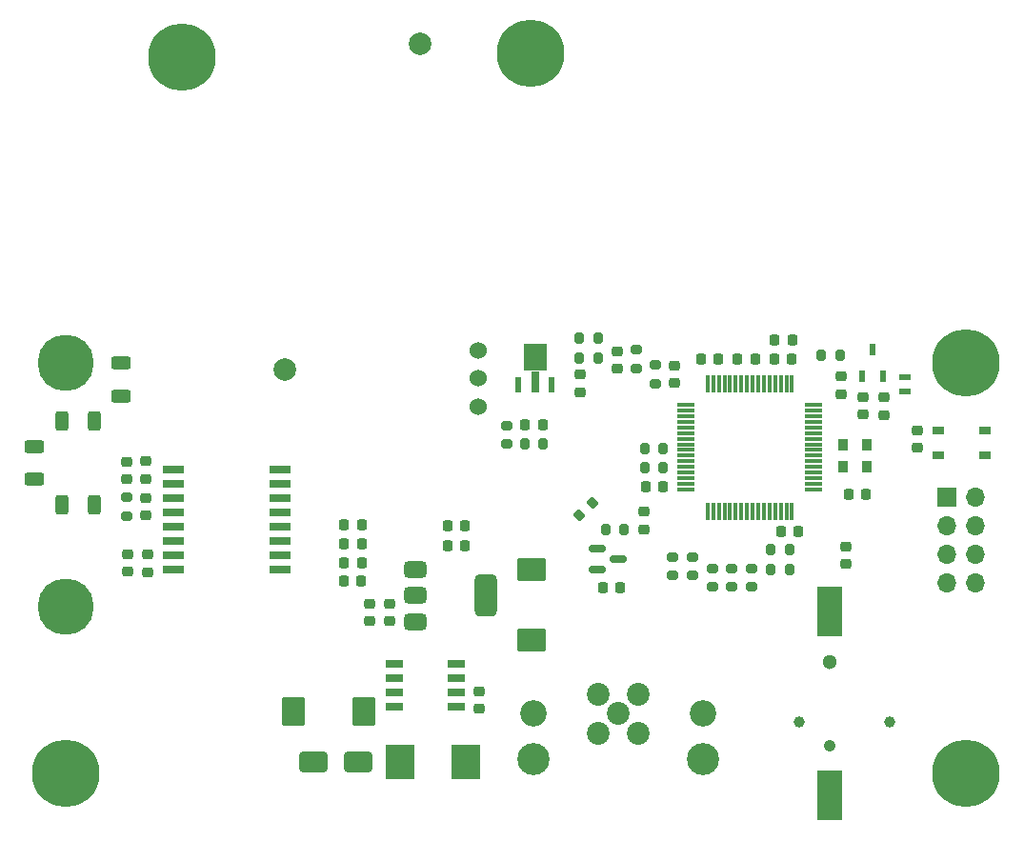
<source format=gbr>
%TF.GenerationSoftware,KiCad,Pcbnew,8.0.5*%
%TF.CreationDate,2024-10-07T02:43:23+09:00*%
%TF.ProjectId,fsk-energymeter,66736b2d-656e-4657-9267-796d65746572,v0.0.1*%
%TF.SameCoordinates,Original*%
%TF.FileFunction,Soldermask,Top*%
%TF.FilePolarity,Negative*%
%FSLAX46Y46*%
G04 Gerber Fmt 4.6, Leading zero omitted, Abs format (unit mm)*
G04 Created by KiCad (PCBNEW 8.0.5) date 2024-10-07 02:43:23*
%MOMM*%
%LPD*%
G01*
G04 APERTURE LIST*
G04 Aperture macros list*
%AMRoundRect*
0 Rectangle with rounded corners*
0 $1 Rounding radius*
0 $2 $3 $4 $5 $6 $7 $8 $9 X,Y pos of 4 corners*
0 Add a 4 corners polygon primitive as box body*
4,1,4,$2,$3,$4,$5,$6,$7,$8,$9,$2,$3,0*
0 Add four circle primitives for the rounded corners*
1,1,$1+$1,$2,$3*
1,1,$1+$1,$4,$5*
1,1,$1+$1,$6,$7*
1,1,$1+$1,$8,$9*
0 Add four rect primitives between the rounded corners*
20,1,$1+$1,$2,$3,$4,$5,0*
20,1,$1+$1,$4,$5,$6,$7,0*
20,1,$1+$1,$6,$7,$8,$9,0*
20,1,$1+$1,$8,$9,$2,$3,0*%
G04 Aperture macros list end*
%ADD10R,0.570000X1.400000*%
%ADD11R,0.650000X1.900000*%
%ADD12R,2.000000X2.450000*%
%ADD13RoundRect,0.225000X-0.225000X-0.250000X0.225000X-0.250000X0.225000X0.250000X-0.225000X0.250000X0*%
%ADD14RoundRect,0.225000X0.250000X-0.225000X0.250000X0.225000X-0.250000X0.225000X-0.250000X-0.225000X0*%
%ADD15RoundRect,0.200000X-0.200000X-0.275000X0.200000X-0.275000X0.200000X0.275000X-0.200000X0.275000X0*%
%ADD16RoundRect,0.225000X0.225000X0.250000X-0.225000X0.250000X-0.225000X-0.250000X0.225000X-0.250000X0*%
%ADD17C,3.400000*%
%ADD18C,6.000000*%
%ADD19RoundRect,0.200000X-0.275000X0.200000X-0.275000X-0.200000X0.275000X-0.200000X0.275000X0.200000X0*%
%ADD20RoundRect,0.200000X0.053033X-0.335876X0.335876X-0.053033X-0.053033X0.335876X-0.335876X0.053033X0*%
%ADD21C,1.050000*%
%ADD22C,1.300000*%
%ADD23R,2.300000X4.500000*%
%ADD24RoundRect,0.225000X-0.250000X0.225000X-0.250000X-0.225000X0.250000X-0.225000X0.250000X0.225000X0*%
%ADD25RoundRect,0.250000X0.787500X1.025000X-0.787500X1.025000X-0.787500X-1.025000X0.787500X-1.025000X0*%
%ADD26RoundRect,0.250000X1.025000X-0.787500X1.025000X0.787500X-1.025000X0.787500X-1.025000X-0.787500X0*%
%ADD27C,2.900000*%
%ADD28C,5.000000*%
%ADD29RoundRect,0.075000X0.700000X0.075000X-0.700000X0.075000X-0.700000X-0.075000X0.700000X-0.075000X0*%
%ADD30RoundRect,0.075000X0.075000X0.700000X-0.075000X0.700000X-0.075000X-0.700000X0.075000X-0.700000X0*%
%ADD31R,0.600000X1.000000*%
%ADD32RoundRect,0.250000X0.312500X0.625000X-0.312500X0.625000X-0.312500X-0.625000X0.312500X-0.625000X0*%
%ADD33RoundRect,0.200000X0.275000X-0.200000X0.275000X0.200000X-0.275000X0.200000X-0.275000X-0.200000X0*%
%ADD34RoundRect,0.218750X-0.256250X0.218750X-0.256250X-0.218750X0.256250X-0.218750X0.256250X0.218750X0*%
%ADD35RoundRect,0.250000X-0.625000X0.312500X-0.625000X-0.312500X0.625000X-0.312500X0.625000X0.312500X0*%
%ADD36C,2.000000*%
%ADD37C,1.524000*%
%ADD38RoundRect,0.250000X1.000000X0.650000X-1.000000X0.650000X-1.000000X-0.650000X1.000000X-0.650000X0*%
%ADD39R,0.900000X1.000000*%
%ADD40RoundRect,0.150000X-0.587500X-0.150000X0.587500X-0.150000X0.587500X0.150000X-0.587500X0.150000X0*%
%ADD41RoundRect,0.500000X-0.500000X-1.400000X0.500000X-1.400000X0.500000X1.400000X-0.500000X1.400000X0*%
%ADD42RoundRect,0.375000X-0.625000X-0.375000X0.625000X-0.375000X0.625000X0.375000X-0.625000X0.375000X0*%
%ADD43R,1.700000X1.700000*%
%ADD44O,1.700000X1.700000*%
%ADD45C,2.350000*%
%ADD46C,2.850000*%
%ADD47C,2.025000*%
%ADD48R,1.528000X0.650000*%
%ADD49RoundRect,0.200000X0.200000X0.275000X-0.200000X0.275000X-0.200000X-0.275000X0.200000X-0.275000X0*%
%ADD50R,2.550000X3.050000*%
%ADD51RoundRect,0.250000X-0.312500X-0.625000X0.312500X-0.625000X0.312500X0.625000X-0.312500X0.625000X0*%
%ADD52R,1.000000X0.500000*%
%ADD53R,1.050000X0.650000*%
%ADD54R,1.925000X0.650000*%
%ADD55C,1.000000*%
G04 APERTURE END LIST*
D10*
%TO.C,IC1*%
X125700000Y-79025000D03*
D11*
X127200000Y-78775000D03*
D10*
X128700000Y-79025000D03*
D12*
X127200000Y-76600000D03*
%TD*%
D13*
%TO.C,C16*%
X141975000Y-76775000D03*
X143525000Y-76775000D03*
%TD*%
D14*
%TO.C,C3*%
X139600000Y-78875000D03*
X139600000Y-77325000D03*
%TD*%
D15*
%TO.C,R23*%
X148175000Y-93700000D03*
X149825000Y-93700000D03*
%TD*%
D14*
%TO.C,C24*%
X122250000Y-107825000D03*
X122250000Y-106275000D03*
%TD*%
D16*
%TO.C,C2*%
X126350000Y-82600000D03*
X127900000Y-82600000D03*
%TD*%
%TO.C,C23*%
X134775000Y-97100000D03*
X133225000Y-97100000D03*
%TD*%
D17*
%TO.C,H5*%
X126800000Y-49600000D03*
D18*
X126800000Y-49600000D03*
%TD*%
D19*
%TO.C,R18*%
X141200000Y-94375000D03*
X141200000Y-96025000D03*
%TD*%
D20*
%TO.C,R12*%
X131116637Y-90683363D03*
X132283363Y-89516637D03*
%TD*%
D16*
%TO.C,C19*%
X138575000Y-88100000D03*
X137025000Y-88100000D03*
%TD*%
%TO.C,C14*%
X156650000Y-88775000D03*
X155100000Y-88775000D03*
%TD*%
D21*
%TO.C,BT1*%
X153400000Y-111100000D03*
D22*
X153400000Y-103650000D03*
D23*
X153400000Y-99175000D03*
X153400000Y-115575000D03*
%TD*%
D24*
%TO.C,C8*%
X91000000Y-94125000D03*
X91000000Y-95675000D03*
%TD*%
%TO.C,C13*%
X134500000Y-76050000D03*
X134500000Y-77600000D03*
%TD*%
D25*
%TO.C,C25*%
X111975000Y-108100000D03*
X105750000Y-108100000D03*
%TD*%
D17*
%TO.C,H7*%
X165500000Y-113600000D03*
D18*
X165500000Y-113600000D03*
%TD*%
D13*
%TO.C,C28*%
X119425000Y-91600000D03*
X120975000Y-91600000D03*
%TD*%
D26*
%TO.C,C26*%
X126900000Y-101712500D03*
X126900000Y-95487500D03*
%TD*%
D24*
%TO.C,C33*%
X154800000Y-93450000D03*
X154800000Y-95000000D03*
%TD*%
D14*
%TO.C,C29*%
X114300000Y-100075000D03*
X114300000Y-98525000D03*
%TD*%
D24*
%TO.C,C20*%
X154400000Y-78325000D03*
X154400000Y-79875000D03*
%TD*%
D27*
%TO.C,H1*%
X85500000Y-77100000D03*
D28*
X85500000Y-77100000D03*
%TD*%
D29*
%TO.C,U3*%
X151975000Y-88350000D03*
X151975000Y-87850000D03*
X151975000Y-87350000D03*
X151975000Y-86850000D03*
X151975000Y-86350000D03*
X151975000Y-85850000D03*
X151975000Y-85350000D03*
X151975000Y-84850000D03*
X151975000Y-84350000D03*
X151975000Y-83850000D03*
X151975000Y-83350000D03*
X151975000Y-82850000D03*
X151975000Y-82350000D03*
X151975000Y-81850000D03*
X151975000Y-81350000D03*
X151975000Y-80850000D03*
D30*
X150050000Y-78925000D03*
X149550000Y-78925000D03*
X149050000Y-78925000D03*
X148550000Y-78925000D03*
X148050000Y-78925000D03*
X147550000Y-78925000D03*
X147050000Y-78925000D03*
X146550000Y-78925000D03*
X146050000Y-78925000D03*
X145550000Y-78925000D03*
X145050000Y-78925000D03*
X144550000Y-78925000D03*
X144050000Y-78925000D03*
X143550000Y-78925000D03*
X143050000Y-78925000D03*
X142550000Y-78925000D03*
D29*
X140625000Y-80850000D03*
X140625000Y-81350000D03*
X140625000Y-81850000D03*
X140625000Y-82350000D03*
X140625000Y-82850000D03*
X140625000Y-83350000D03*
X140625000Y-83850000D03*
X140625000Y-84350000D03*
X140625000Y-84850000D03*
X140625000Y-85350000D03*
X140625000Y-85850000D03*
X140625000Y-86350000D03*
X140625000Y-86850000D03*
X140625000Y-87350000D03*
X140625000Y-87850000D03*
X140625000Y-88350000D03*
D30*
X142550000Y-90275000D03*
X143050000Y-90275000D03*
X143550000Y-90275000D03*
X144050000Y-90275000D03*
X144550000Y-90275000D03*
X145050000Y-90275000D03*
X145550000Y-90275000D03*
X146050000Y-90275000D03*
X146550000Y-90275000D03*
X147050000Y-90275000D03*
X147550000Y-90275000D03*
X148050000Y-90275000D03*
X148550000Y-90275000D03*
X149050000Y-90275000D03*
X149550000Y-90275000D03*
X150050000Y-90275000D03*
%TD*%
D31*
%TO.C,IC3*%
X156245000Y-78300000D03*
X158155000Y-78300000D03*
X157200000Y-75900000D03*
%TD*%
D32*
%TO.C,R4*%
X88062500Y-82300000D03*
X85137500Y-82300000D03*
%TD*%
D15*
%TO.C,R1*%
X126300000Y-84300000D03*
X127950000Y-84300000D03*
%TD*%
D19*
%TO.C,R10*%
X136200000Y-75950000D03*
X136200000Y-77600000D03*
%TD*%
D24*
%TO.C,C31*%
X161200000Y-83125000D03*
X161200000Y-84675000D03*
%TD*%
D33*
%TO.C,R2*%
X137900000Y-78925000D03*
X137900000Y-77275000D03*
%TD*%
D24*
%TO.C,C7*%
X92800000Y-94150000D03*
X92800000Y-95700000D03*
%TD*%
D14*
%TO.C,C5*%
X90912000Y-87430000D03*
X90912000Y-85880000D03*
%TD*%
D34*
%TO.C,D3*%
X136900000Y-90312500D03*
X136900000Y-91887500D03*
%TD*%
D19*
%TO.C,R17*%
X139400000Y-94375000D03*
X139400000Y-96025000D03*
%TD*%
D13*
%TO.C,C12*%
X110250000Y-91500000D03*
X111800000Y-91500000D03*
%TD*%
D17*
%TO.C,H3*%
X85500000Y-113600000D03*
D18*
X85500000Y-113600000D03*
%TD*%
D17*
%TO.C,H6*%
X165500000Y-77100000D03*
D18*
X165500000Y-77100000D03*
%TD*%
D35*
%TO.C,R5*%
X82700000Y-84537500D03*
X82700000Y-87462500D03*
%TD*%
D13*
%TO.C,C9*%
X110250000Y-94900000D03*
X111800000Y-94900000D03*
%TD*%
D24*
%TO.C,C4*%
X92612000Y-85855000D03*
X92612000Y-87405000D03*
%TD*%
D13*
%TO.C,C15*%
X148525000Y-75100000D03*
X150075000Y-75100000D03*
%TD*%
D15*
%TO.C,R14*%
X136975000Y-86400000D03*
X138625000Y-86400000D03*
%TD*%
D14*
%TO.C,C30*%
X112500000Y-100075000D03*
X112500000Y-98525000D03*
%TD*%
D36*
%TO.C,U1*%
X105000000Y-77700000D03*
X117000000Y-48700000D03*
D37*
X122200000Y-81000000D03*
X122200000Y-78500000D03*
X122200000Y-76000000D03*
%TD*%
D19*
%TO.C,R11*%
X124700000Y-82650000D03*
X124700000Y-84300000D03*
%TD*%
D38*
%TO.C,D2*%
X111500000Y-112600000D03*
X107500000Y-112600000D03*
%TD*%
D39*
%TO.C,X1*%
X156700000Y-84425000D03*
X154600000Y-84425000D03*
X154600000Y-86325000D03*
X156700000Y-86325000D03*
%TD*%
D16*
%TO.C,C18*%
X150600000Y-92100000D03*
X149050000Y-92100000D03*
%TD*%
D40*
%TO.C,D1*%
X132725000Y-93600000D03*
X132725000Y-95500000D03*
X134600000Y-94550000D03*
%TD*%
D15*
%TO.C,R8*%
X131175000Y-76700000D03*
X132825000Y-76700000D03*
%TD*%
D41*
%TO.C,U2*%
X122850000Y-97800000D03*
D42*
X116550000Y-95500000D03*
X116550000Y-97800000D03*
X116550000Y-100100000D03*
%TD*%
D13*
%TO.C,C27*%
X119425000Y-93400000D03*
X120975000Y-93400000D03*
%TD*%
%TO.C,C10*%
X110225000Y-96500000D03*
X111775000Y-96500000D03*
%TD*%
D43*
%TO.C,J2*%
X163800000Y-89000000D03*
D44*
X163800000Y-91540000D03*
X163800000Y-94080000D03*
X163800000Y-96620000D03*
X166340000Y-89000000D03*
X166340000Y-91540000D03*
X166340000Y-94080000D03*
X166340000Y-96620000D03*
%TD*%
D13*
%TO.C,C11*%
X110250000Y-93200000D03*
X111800000Y-93200000D03*
%TD*%
D24*
%TO.C,C21*%
X156400000Y-80150000D03*
X156400000Y-81700000D03*
%TD*%
D45*
%TO.C,J1*%
X127100000Y-108300000D03*
D46*
X127100000Y-112300000D03*
D45*
X142100000Y-108300000D03*
D46*
X142100000Y-112300000D03*
D47*
X132830000Y-106530000D03*
X136370000Y-106530000D03*
X136370000Y-110070000D03*
X132830000Y-110070000D03*
X134600000Y-108300000D03*
%TD*%
D48*
%TO.C,IC4*%
X120172000Y-107705000D03*
X120172000Y-106435000D03*
X120172000Y-105165000D03*
X120172000Y-103895000D03*
X114750000Y-103895000D03*
X114750000Y-105165000D03*
X114750000Y-106435000D03*
X114750000Y-107705000D03*
%TD*%
D49*
%TO.C,R16*%
X154325000Y-76400000D03*
X152675000Y-76400000D03*
%TD*%
D35*
%TO.C,R3*%
X90400000Y-77137500D03*
X90400000Y-80062500D03*
%TD*%
D49*
%TO.C,R13*%
X138625000Y-84700000D03*
X136975000Y-84700000D03*
%TD*%
D24*
%TO.C,C1*%
X131250000Y-78150000D03*
X131250000Y-79700000D03*
%TD*%
D50*
%TO.C,L1*%
X121100000Y-112600000D03*
X115200000Y-112600000D03*
%TD*%
D27*
%TO.C,H2*%
X85500000Y-98800000D03*
D28*
X85500000Y-98800000D03*
%TD*%
D33*
%TO.C,R21*%
X144700000Y-97025000D03*
X144700000Y-95375000D03*
%TD*%
D19*
%TO.C,R7*%
X90900000Y-89075000D03*
X90900000Y-90725000D03*
%TD*%
D33*
%TO.C,R22*%
X143000000Y-97000000D03*
X143000000Y-95350000D03*
%TD*%
D17*
%TO.C,H4*%
X95800000Y-49900000D03*
D18*
X95800000Y-49900000D03*
%TD*%
D51*
%TO.C,R6*%
X85137500Y-89700000D03*
X88062500Y-89700000D03*
%TD*%
D15*
%TO.C,R9*%
X131175000Y-74900000D03*
X132825000Y-74900000D03*
%TD*%
D13*
%TO.C,C17*%
X148500000Y-76800000D03*
X150050000Y-76800000D03*
%TD*%
D52*
%TO.C,JP1*%
X160100000Y-78350000D03*
X160100000Y-79650000D03*
%TD*%
D53*
%TO.C,SW1*%
X163025000Y-83125000D03*
X167175000Y-83125000D03*
X163025000Y-85275000D03*
X167175000Y-85275000D03*
%TD*%
D16*
%TO.C,C32*%
X146775000Y-76800000D03*
X145225000Y-76800000D03*
%TD*%
D33*
%TO.C,R20*%
X146437500Y-97012500D03*
X146437500Y-95362500D03*
%TD*%
D14*
%TO.C,C6*%
X92600000Y-90675000D03*
X92600000Y-89125000D03*
%TD*%
D54*
%TO.C,IC2*%
X95088000Y-86555000D03*
X95088000Y-87825000D03*
X95088000Y-89095000D03*
X95088000Y-90365000D03*
X95088000Y-91635000D03*
X95088000Y-92905000D03*
X95088000Y-94175000D03*
X95088000Y-95445000D03*
X104512000Y-95445000D03*
X104512000Y-94175000D03*
X104512000Y-92905000D03*
X104512000Y-91635000D03*
X104512000Y-90365000D03*
X104512000Y-89095000D03*
X104512000Y-87825000D03*
X104512000Y-86555000D03*
%TD*%
D24*
%TO.C,C22*%
X158200000Y-80175000D03*
X158200000Y-81725000D03*
%TD*%
D49*
%TO.C,R15*%
X135125000Y-91900000D03*
X133475000Y-91900000D03*
%TD*%
%TO.C,R19*%
X149825000Y-95500000D03*
X148175000Y-95500000D03*
%TD*%
D55*
%TO.C,J3*%
X158700000Y-109000000D03*
X150700000Y-109000000D03*
%TD*%
M02*

</source>
